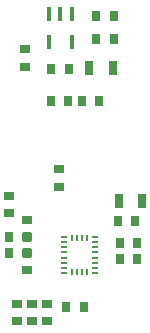
<source format=gtp>
G04*
G04 #@! TF.GenerationSoftware,Altium Limited,Altium Designer,18.1.9 (240)*
G04*
G04 Layer_Color=8421504*
%FSLAX24Y24*%
%MOIN*%
G70*
G01*
G75*
%ADD18R,0.0077X0.0205*%
%ADD19R,0.0205X0.0077*%
%ADD20R,0.0270X0.0350*%
%ADD21R,0.0350X0.0270*%
%ADD22R,0.0177X0.0472*%
%ADD23R,0.0315X0.0500*%
D18*
X6974Y4851D02*
D03*
X6974Y3689D02*
D03*
X6805Y4851D02*
D03*
X6635D02*
D03*
X6466D02*
D03*
X6805Y3689D02*
D03*
X6635D02*
D03*
X6466D02*
D03*
D19*
X7230Y4863D02*
D03*
Y4693D02*
D03*
Y4524D02*
D03*
Y4355D02*
D03*
Y4185D02*
D03*
Y4016D02*
D03*
Y3847D02*
D03*
X6210Y4863D02*
D03*
Y4693D02*
D03*
Y4524D02*
D03*
Y4355D02*
D03*
Y4185D02*
D03*
Y4016D02*
D03*
Y3847D02*
D03*
X7230Y3677D02*
D03*
X6210Y3677D02*
D03*
D20*
X4380Y4860D02*
D03*
X4960D02*
D03*
X4960Y4345D02*
D03*
X4380D02*
D03*
X6340Y9410D02*
D03*
X5760D02*
D03*
X5770Y10472D02*
D03*
X6350Y10472D02*
D03*
X7280Y12246D02*
D03*
X7860Y12246D02*
D03*
X7270Y11456D02*
D03*
X7850Y11456D02*
D03*
X6800Y9410D02*
D03*
X7380Y9410D02*
D03*
X8000Y5410D02*
D03*
X8580Y5410D02*
D03*
X8060Y4150D02*
D03*
X8640Y4150D02*
D03*
X8060Y4660D02*
D03*
X8640D02*
D03*
X6850Y2540D02*
D03*
X6270D02*
D03*
D21*
X4965Y4865D02*
D03*
Y5445D02*
D03*
X4965Y3760D02*
D03*
X4965Y4340D02*
D03*
X4900Y11131D02*
D03*
X4900Y10551D02*
D03*
X4360Y5660D02*
D03*
X4360Y6240D02*
D03*
X5640Y2070D02*
D03*
X5640Y2650D02*
D03*
X6030Y7120D02*
D03*
X6030Y6540D02*
D03*
X5130Y2070D02*
D03*
X5130Y2650D02*
D03*
X4620Y2070D02*
D03*
X4620Y2650D02*
D03*
D22*
X6454Y11383D02*
D03*
X5706Y12289D02*
D03*
X6454D02*
D03*
X6080D02*
D03*
X5706Y11383D02*
D03*
D23*
X7818Y10491D02*
D03*
X7031D02*
D03*
X8808Y6059D02*
D03*
X8020Y6059D02*
D03*
M02*

</source>
